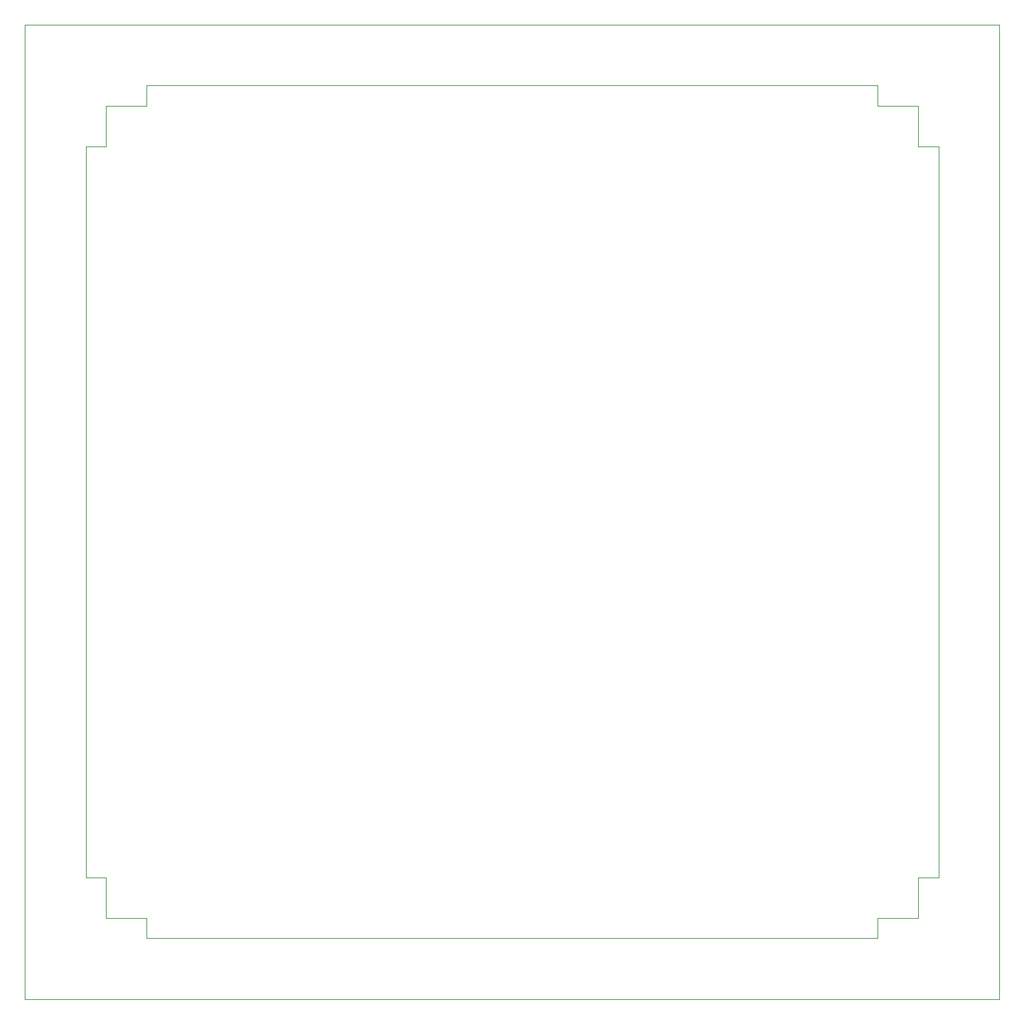
<source format=gbr>
%TF.GenerationSoftware,KiCad,Pcbnew,9.0.2*%
%TF.CreationDate,2025-06-11T08:09:26-04:00*%
%TF.ProjectId,DarkQuest_SiPM_Motherboard,4461726b-5175-4657-9374-5f5369504d5f,10*%
%TF.SameCoordinates,Original*%
%TF.FileFunction,Other,User*%
%FSLAX46Y46*%
G04 Gerber Fmt 4.6, Leading zero omitted, Abs format (unit mm)*
G04 Created by KiCad (PCBNEW 9.0.2) date 2025-06-11 08:09:26*
%MOMM*%
%LPD*%
G01*
G04 APERTURE LIST*
%ADD10C,0.100000*%
G04 APERTURE END LIST*
D10*
X40000000Y-40000000D02*
X160000000Y-40000000D01*
X160000000Y-160000000D01*
X40000000Y-160000000D01*
X40000000Y-40000000D01*
X145000000Y-50000000D02*
X150000000Y-50000000D01*
X150000000Y-55000000D01*
X152500000Y-55000000D01*
X152500000Y-145000000D01*
X150000000Y-145000000D01*
X150000000Y-150000000D01*
X145000000Y-150000000D01*
X145000000Y-152500000D01*
X55000000Y-152500000D01*
X55000000Y-150000000D01*
X50000000Y-150000000D01*
X50000000Y-145000000D01*
X47500000Y-145000000D01*
X47500000Y-55000000D01*
X50000000Y-55000000D01*
X50000000Y-50000000D01*
X55000000Y-50000000D01*
X55000000Y-47500000D01*
X145000000Y-47500000D01*
X145000000Y-50000000D01*
M02*

</source>
